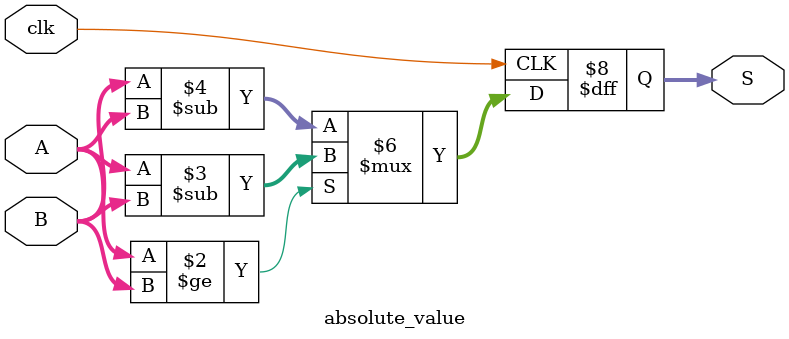
<source format=v>
`timescale 1ns / 1ps


module absolute_value(
    input [9:0] A,
    input [9:0] B,
    output reg [9:0] S,
    input clk
    );
always @(posedge clk)
begin
    if (A >= B) S = A - B;
    else S = B - A;
end
endmodule

</source>
